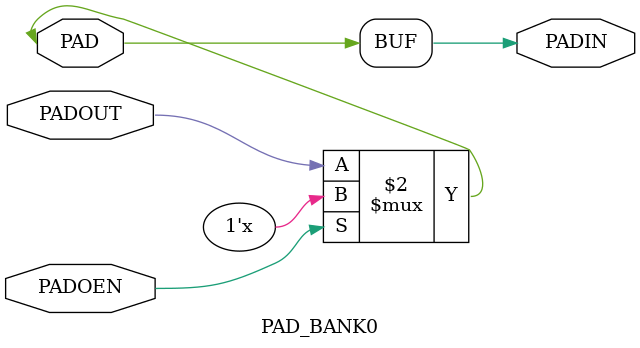
<source format=v>
`timescale 10ps/1ps
module PAD_BANK0(PAD, PADIN, PADOUT, PADOEN);
inout PAD;
input PADOUT, PADOEN;
output PADIN;
parameter IO_STANDARD = "SB_LVCMOS"; 
parameter PULLUP = 1'b0; // by default the IO will have NO pullup, this parameter is used only on bank 0, 1, and 2. Will be ignored when it is placed at bank 3

assign PAD = (~PADOEN) ? PADOUT : 1'bz;
assign PADIN = PAD ;



endmodule

</source>
